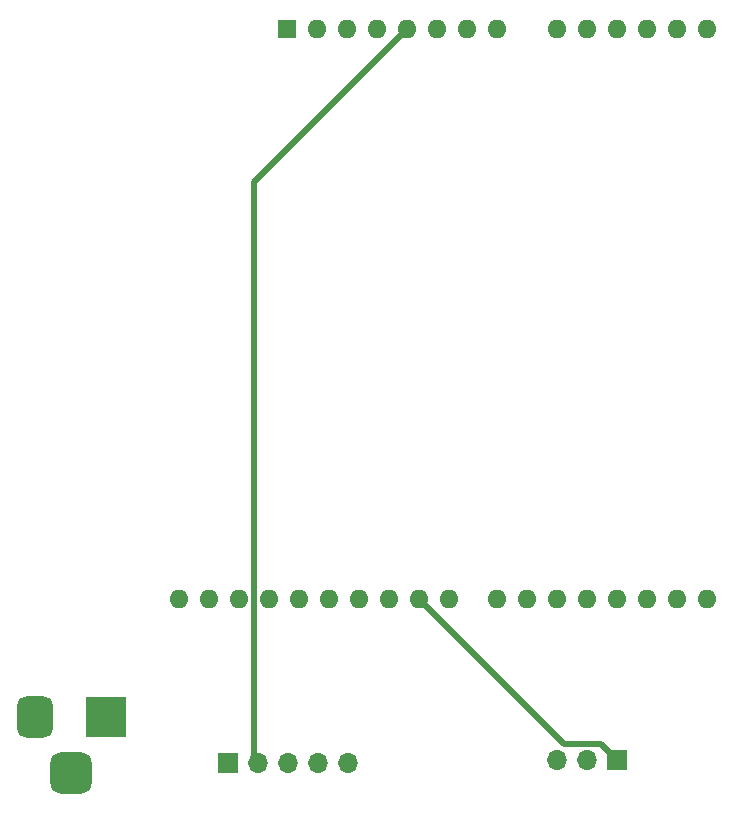
<source format=gbr>
%TF.GenerationSoftware,KiCad,Pcbnew,8.0.6*%
%TF.CreationDate,2025-08-08T18:32:04+02:00*%
%TF.ProjectId,arduinojoystick controlling,61726475-696e-46f6-9a6f-79737469636b,rev?*%
%TF.SameCoordinates,Original*%
%TF.FileFunction,Copper,L1,Top*%
%TF.FilePolarity,Positive*%
%FSLAX46Y46*%
G04 Gerber Fmt 4.6, Leading zero omitted, Abs format (unit mm)*
G04 Created by KiCad (PCBNEW 8.0.6) date 2025-08-08 18:32:04*
%MOMM*%
%LPD*%
G01*
G04 APERTURE LIST*
G04 Aperture macros list*
%AMRoundRect*
0 Rectangle with rounded corners*
0 $1 Rounding radius*
0 $2 $3 $4 $5 $6 $7 $8 $9 X,Y pos of 4 corners*
0 Add a 4 corners polygon primitive as box body*
4,1,4,$2,$3,$4,$5,$6,$7,$8,$9,$2,$3,0*
0 Add four circle primitives for the rounded corners*
1,1,$1+$1,$2,$3*
1,1,$1+$1,$4,$5*
1,1,$1+$1,$6,$7*
1,1,$1+$1,$8,$9*
0 Add four rect primitives between the rounded corners*
20,1,$1+$1,$2,$3,$4,$5,0*
20,1,$1+$1,$4,$5,$6,$7,0*
20,1,$1+$1,$6,$7,$8,$9,0*
20,1,$1+$1,$8,$9,$2,$3,0*%
G04 Aperture macros list end*
%TA.AperFunction,ComponentPad*%
%ADD10R,1.700000X1.700000*%
%TD*%
%TA.AperFunction,ComponentPad*%
%ADD11O,1.700000X1.700000*%
%TD*%
%TA.AperFunction,ComponentPad*%
%ADD12R,3.500000X3.500000*%
%TD*%
%TA.AperFunction,ComponentPad*%
%ADD13RoundRect,0.750000X-0.750000X-1.000000X0.750000X-1.000000X0.750000X1.000000X-0.750000X1.000000X0*%
%TD*%
%TA.AperFunction,ComponentPad*%
%ADD14RoundRect,0.875000X-0.875000X-0.875000X0.875000X-0.875000X0.875000X0.875000X-0.875000X0.875000X0*%
%TD*%
%TA.AperFunction,ComponentPad*%
%ADD15R,1.600000X1.600000*%
%TD*%
%TA.AperFunction,ComponentPad*%
%ADD16O,1.600000X1.600000*%
%TD*%
%TA.AperFunction,Conductor*%
%ADD17C,0.500000*%
%TD*%
G04 APERTURE END LIST*
D10*
%TO.P,M1,1,PWM*%
%TO.N,D9*%
X71500000Y-84000000D03*
D11*
%TO.P,M1,2,+*%
%TO.N,vccarduino*%
X68960000Y-84000000D03*
%TO.P,M1,3,-*%
%TO.N,GND*%
X66420000Y-84000000D03*
%TD*%
D10*
%TO.P,J2,1,Pin_1*%
%TO.N,GND*%
X38630000Y-84250000D03*
D11*
%TO.P,J2,2,Pin_2*%
%TO.N,vccarduino*%
X41170000Y-84250000D03*
%TO.P,J2,3,Pin_3*%
%TO.N,A0*%
X43710000Y-84250000D03*
%TO.P,J2,4,Pin_4*%
%TO.N,unconnected-(J2-Pin_4-Pad4)*%
X46250000Y-84250000D03*
%TO.P,J2,5,Pin_5*%
%TO.N,unconnected-(J2-Pin_5-Pad5)*%
X48790000Y-84250000D03*
%TD*%
D12*
%TO.P,J1,1*%
%TO.N,VCC*%
X28280000Y-80425000D03*
D13*
%TO.P,J1,2*%
%TO.N,GND*%
X22280000Y-80425000D03*
D14*
%TO.P,J1,3*%
X25280000Y-85125000D03*
%TD*%
D15*
%TO.P,A1,1,NC*%
%TO.N,unconnected-(A1-NC-Pad1)*%
X43575000Y-22120000D03*
D16*
%TO.P,A1,2,IOREF*%
%TO.N,unconnected-(A1-IOREF-Pad2)*%
X46115000Y-22120000D03*
%TO.P,A1,3,~{RESET}*%
%TO.N,unconnected-(A1-~{RESET}-Pad3)*%
X48655000Y-22120000D03*
%TO.P,A1,4,3V3*%
%TO.N,unconnected-(A1-3V3-Pad4)*%
X51195000Y-22120000D03*
%TO.P,A1,5,+5V*%
%TO.N,vccarduino*%
X53735000Y-22120000D03*
%TO.P,A1,6,GND*%
%TO.N,GND*%
X56275000Y-22120000D03*
%TO.P,A1,7,GND*%
X58815000Y-22120000D03*
%TO.P,A1,8,VIN*%
%TO.N,VCC*%
X61355000Y-22120000D03*
%TO.P,A1,9,A0*%
%TO.N,A0*%
X66435000Y-22120000D03*
%TO.P,A1,10,A1*%
%TO.N,unconnected-(A1-A1-Pad10)*%
X68975000Y-22120000D03*
%TO.P,A1,11,A2*%
%TO.N,unconnected-(A1-A2-Pad11)*%
X71515000Y-22120000D03*
%TO.P,A1,12,A3*%
%TO.N,unconnected-(A1-A3-Pad12)*%
X74055000Y-22120000D03*
%TO.P,A1,13,SDA/A4*%
%TO.N,unconnected-(A1-SDA{slash}A4-Pad13)*%
X76595000Y-22120000D03*
%TO.P,A1,14,SCL/A5*%
%TO.N,unconnected-(A1-SCL{slash}A5-Pad14)*%
X79135000Y-22120000D03*
%TO.P,A1,15,D0/RX*%
%TO.N,unconnected-(A1-D0{slash}RX-Pad15)*%
X79135000Y-70380000D03*
%TO.P,A1,16,D1/TX*%
%TO.N,unconnected-(A1-D1{slash}TX-Pad16)*%
X76595000Y-70380000D03*
%TO.P,A1,17,D2*%
%TO.N,unconnected-(A1-D2-Pad17)*%
X74055000Y-70380000D03*
%TO.P,A1,18,D3*%
%TO.N,unconnected-(A1-D3-Pad18)*%
X71515000Y-70380000D03*
%TO.P,A1,19,D4*%
%TO.N,unconnected-(A1-D4-Pad19)*%
X68975000Y-70380000D03*
%TO.P,A1,20,D5*%
%TO.N,unconnected-(A1-D5-Pad20)*%
X66435000Y-70380000D03*
%TO.P,A1,21,D6*%
%TO.N,unconnected-(A1-D6-Pad21)*%
X63895000Y-70380000D03*
%TO.P,A1,22,D7*%
%TO.N,unconnected-(A1-D7-Pad22)*%
X61355000Y-70380000D03*
%TO.P,A1,23,D8*%
%TO.N,unconnected-(A1-D8-Pad23)*%
X57295000Y-70380000D03*
%TO.P,A1,24,D9*%
%TO.N,D9*%
X54755000Y-70380000D03*
%TO.P,A1,25,D10*%
%TO.N,unconnected-(A1-D10-Pad25)*%
X52215000Y-70380000D03*
%TO.P,A1,26,D11*%
%TO.N,unconnected-(A1-D11-Pad26)*%
X49675000Y-70380000D03*
%TO.P,A1,27,D12*%
%TO.N,unconnected-(A1-D12-Pad27)*%
X47135000Y-70380000D03*
%TO.P,A1,28,D13*%
%TO.N,unconnected-(A1-D13-Pad28)*%
X44595000Y-70380000D03*
%TO.P,A1,29,GND*%
%TO.N,GND*%
X42055000Y-70380000D03*
%TO.P,A1,30,AREF*%
%TO.N,unconnected-(A1-AREF-Pad30)*%
X39515000Y-70380000D03*
%TO.P,A1,31,SDA/A4*%
%TO.N,unconnected-(A1-SDA{slash}A4-Pad31)*%
X36975000Y-70380000D03*
%TO.P,A1,32,SCL/A5*%
%TO.N,unconnected-(A1-SCL{slash}A5-Pad32)*%
X34435000Y-70380000D03*
%TD*%
D17*
%TO.N,D9*%
X67075000Y-82700000D02*
X54755000Y-70380000D01*
X71500000Y-84000000D02*
X70200000Y-82700000D01*
X70200000Y-82700000D02*
X67075000Y-82700000D01*
%TO.N,vccarduino*%
X40805000Y-35050000D02*
X53735000Y-22120000D01*
X40805000Y-83885000D02*
X40805000Y-35050000D01*
X41170000Y-84250000D02*
X40805000Y-83885000D01*
%TD*%
M02*

</source>
